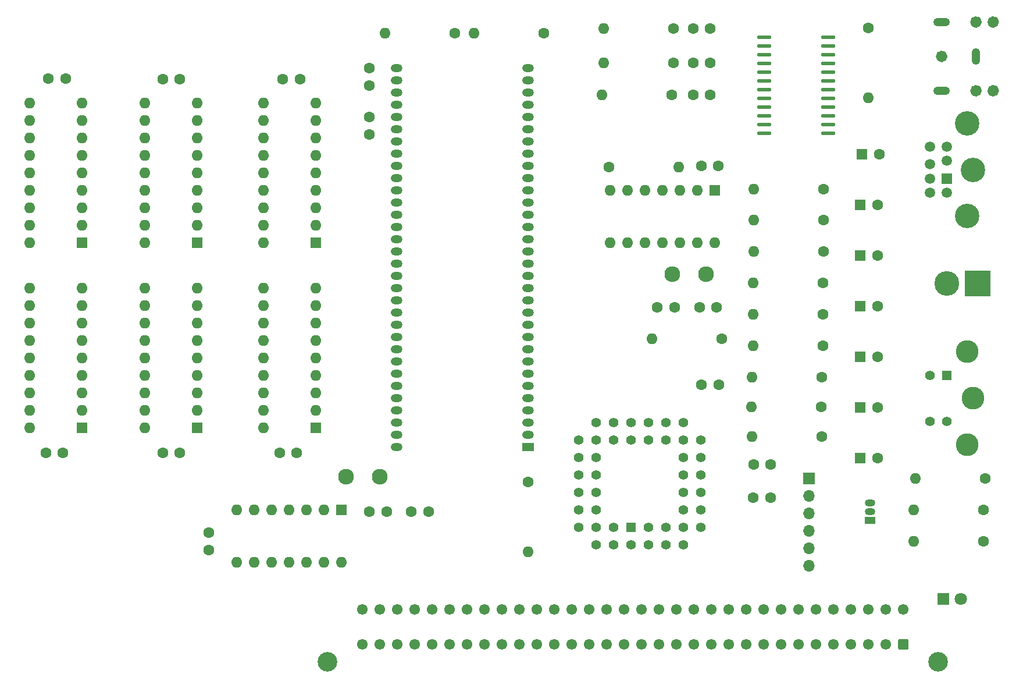
<source format=gts>
G04 #@! TF.GenerationSoftware,KiCad,Pcbnew,(5.1.10)-1*
G04 #@! TF.CreationDate,2021-07-30T10:33:10+01:00*
G04 #@! TF.ProjectId,GfxV9958,47667856-3939-4353-982e-6b696361645f,rev?*
G04 #@! TF.SameCoordinates,Original*
G04 #@! TF.FileFunction,Soldermask,Top*
G04 #@! TF.FilePolarity,Negative*
%FSLAX46Y46*%
G04 Gerber Fmt 4.6, Leading zero omitted, Abs format (unit mm)*
G04 Created by KiCad (PCBNEW (5.1.10)-1) date 2021-07-30 10:33:10*
%MOMM*%
%LPD*%
G01*
G04 APERTURE LIST*
%ADD10C,0.854000*%
%ADD11C,2.300000*%
%ADD12C,1.600000*%
%ADD13O,1.600000X1.600000*%
%ADD14C,1.422400*%
%ADD15R,1.422400X1.422400*%
%ADD16C,1.200000*%
%ADD17O,2.416000X1.208000*%
%ADD18O,1.208000X2.416000*%
%ADD19O,1.700000X1.700000*%
%ADD20R,1.700000X1.700000*%
%ADD21R,1.700000X1.200000*%
%ADD22O,1.700000X1.200000*%
%ADD23R,1.600000X1.600000*%
%ADD24R,1.500000X1.050000*%
%ADD25O,1.500000X1.050000*%
%ADD26C,3.555000*%
%ADD27C,1.509000*%
%ADD28R,1.509000X1.509000*%
%ADD29C,3.600000*%
%ADD30R,3.765000X3.765000*%
%ADD31C,3.306000*%
%ADD32C,1.398000*%
%ADD33R,1.398000X1.398000*%
%ADD34C,1.550000*%
%ADD35C,2.850000*%
%ADD36C,1.800000*%
%ADD37R,1.800000X1.800000*%
G04 APERTURE END LIST*
D10*
X198677000Y-54250000D02*
G75*
G03*
X198677000Y-54250000I-427000J0D01*
G01*
X196177000Y-54250000D02*
G75*
G03*
X196177000Y-54250000I-427000J0D01*
G01*
X198677000Y-64250000D02*
G75*
G03*
X198677000Y-64250000I-427000J0D01*
G01*
X196177000Y-64250000D02*
G75*
G03*
X196177000Y-64250000I-427000J0D01*
G01*
X191177000Y-59250000D02*
G75*
G03*
X191177000Y-59250000I-427000J0D01*
G01*
D11*
X156464000Y-90932000D03*
X151564000Y-90932000D03*
D12*
X149352000Y-95758000D03*
X151852000Y-95758000D03*
X155488000Y-95758000D03*
X157988000Y-95758000D03*
D13*
X148590000Y-100330000D03*
D12*
X158750000Y-100330000D03*
D14*
X137922000Y-127736600D03*
X137922000Y-125196600D03*
X137922000Y-122656600D03*
X137922000Y-120116600D03*
X137922000Y-117576600D03*
X140462000Y-130276600D03*
X140462000Y-125196600D03*
X140462000Y-122656600D03*
X140462000Y-120116600D03*
X140462000Y-117576600D03*
X140462000Y-115036600D03*
X140462000Y-112496600D03*
X143002000Y-112496600D03*
X145542000Y-112496600D03*
X148082000Y-112496600D03*
X150622000Y-112496600D03*
X153162000Y-112496600D03*
X137922000Y-115036600D03*
X143002000Y-115036600D03*
X145542000Y-115036600D03*
X148082000Y-115036600D03*
X150622000Y-115036600D03*
X153162000Y-115036600D03*
X155702000Y-115036600D03*
X155702000Y-117576600D03*
X155702000Y-120116600D03*
X155702000Y-122656600D03*
X155702000Y-125196600D03*
X155702000Y-127736600D03*
X153162000Y-117576600D03*
X153162000Y-120116600D03*
X153162000Y-122656600D03*
X153162000Y-125196600D03*
X153162000Y-127736600D03*
X143002000Y-130276600D03*
X145542000Y-130276600D03*
X153162000Y-130276600D03*
X150622000Y-130276600D03*
X148082000Y-130276600D03*
X140462000Y-127736600D03*
X143002000Y-127736600D03*
X150622000Y-127736600D03*
X148082000Y-127736600D03*
D15*
X145542000Y-127736600D03*
D11*
X108966000Y-120396000D03*
X104066000Y-120396000D03*
D12*
X154548200Y-60198000D03*
X157048200Y-60198000D03*
D16*
X198250000Y-64250000D03*
X198250000Y-54250000D03*
X195750000Y-54250000D03*
X195750000Y-64250000D03*
X190750000Y-59250000D03*
D17*
X190750000Y-64250000D03*
X190750000Y-54250000D03*
D18*
X195750000Y-59250000D03*
D19*
X171450000Y-133350000D03*
X171450000Y-130810000D03*
X171450000Y-128270000D03*
X171450000Y-125730000D03*
X171450000Y-123190000D03*
D20*
X171450000Y-120650000D03*
D21*
X130530600Y-116104000D03*
D22*
X130530600Y-114324000D03*
X130530600Y-112544000D03*
X130530600Y-110764000D03*
X130530600Y-108984000D03*
X130530600Y-107204000D03*
X130530600Y-105424000D03*
X130530600Y-103644000D03*
X130530600Y-101864000D03*
X130530600Y-100084000D03*
X130530600Y-98304000D03*
X130530600Y-96524000D03*
X130530600Y-94744000D03*
X130530600Y-92964000D03*
X130530600Y-91184000D03*
X130530600Y-89404000D03*
X130530600Y-87624000D03*
X130530600Y-85844000D03*
X130530600Y-84064000D03*
X130530600Y-82284000D03*
X130530600Y-80504000D03*
X130530600Y-78724000D03*
X130530600Y-76944000D03*
X130530600Y-75164000D03*
X130530600Y-73384000D03*
X130530600Y-71604000D03*
X130530600Y-69824000D03*
X130530600Y-68044000D03*
X130530600Y-66264000D03*
X130530600Y-64484000D03*
X130530600Y-62704000D03*
X130530600Y-60924000D03*
X111429800Y-60924000D03*
X111429800Y-62704000D03*
X111429800Y-64484000D03*
X111429800Y-66264000D03*
X111429800Y-68044000D03*
X111429800Y-69824000D03*
X111429800Y-71604000D03*
X111429800Y-73384000D03*
X111429800Y-75164000D03*
X111429800Y-76944000D03*
X111429800Y-78724000D03*
X111429800Y-80504000D03*
X111429800Y-82284000D03*
X111429800Y-84064000D03*
X111429800Y-85844000D03*
X111429800Y-87624000D03*
X111429800Y-89404000D03*
X111429800Y-91184000D03*
X111429800Y-92964000D03*
X111429800Y-94744000D03*
X111429800Y-96524000D03*
X111429800Y-98304000D03*
X111429800Y-100084000D03*
X111429800Y-101864000D03*
X111429800Y-103644000D03*
X111429800Y-105424000D03*
X111429800Y-107204000D03*
X111429800Y-108984000D03*
X111429800Y-110764000D03*
X111429800Y-112544000D03*
X111429800Y-114324000D03*
X111429800Y-116104000D03*
D13*
X58013600Y-86360000D03*
X65633600Y-66040000D03*
X58013600Y-83820000D03*
X65633600Y-68580000D03*
X58013600Y-81280000D03*
X65633600Y-71120000D03*
X58013600Y-78740000D03*
X65633600Y-73660000D03*
X58013600Y-76200000D03*
X65633600Y-76200000D03*
X58013600Y-73660000D03*
X65633600Y-78740000D03*
X58013600Y-71120000D03*
X65633600Y-81280000D03*
X58013600Y-68580000D03*
X65633600Y-83820000D03*
X58013600Y-66040000D03*
D23*
X65633600Y-86360000D03*
D13*
X74777600Y-86360000D03*
X82397600Y-66040000D03*
X74777600Y-83820000D03*
X82397600Y-68580000D03*
X74777600Y-81280000D03*
X82397600Y-71120000D03*
X74777600Y-78740000D03*
X82397600Y-73660000D03*
X74777600Y-76200000D03*
X82397600Y-76200000D03*
X74777600Y-73660000D03*
X82397600Y-78740000D03*
X74777600Y-71120000D03*
X82397600Y-81280000D03*
X74777600Y-68580000D03*
X82397600Y-83820000D03*
X74777600Y-66040000D03*
D23*
X82397600Y-86360000D03*
D13*
X92049600Y-86360000D03*
X99669600Y-66040000D03*
X92049600Y-83820000D03*
X99669600Y-68580000D03*
X92049600Y-81280000D03*
X99669600Y-71120000D03*
X92049600Y-78740000D03*
X99669600Y-73660000D03*
X92049600Y-76200000D03*
X99669600Y-76200000D03*
X92049600Y-73660000D03*
X99669600Y-78740000D03*
X92049600Y-71120000D03*
X99669600Y-81280000D03*
X92049600Y-68580000D03*
X99669600Y-83820000D03*
X92049600Y-66040000D03*
D23*
X99669600Y-86360000D03*
D13*
X58013600Y-113284000D03*
X65633600Y-92964000D03*
X58013600Y-110744000D03*
X65633600Y-95504000D03*
X58013600Y-108204000D03*
X65633600Y-98044000D03*
X58013600Y-105664000D03*
X65633600Y-100584000D03*
X58013600Y-103124000D03*
X65633600Y-103124000D03*
X58013600Y-100584000D03*
X65633600Y-105664000D03*
X58013600Y-98044000D03*
X65633600Y-108204000D03*
X58013600Y-95504000D03*
X65633600Y-110744000D03*
X58013600Y-92964000D03*
D23*
X65633600Y-113284000D03*
D13*
X74777600Y-113284000D03*
X82397600Y-92964000D03*
X74777600Y-110744000D03*
X82397600Y-95504000D03*
X74777600Y-108204000D03*
X82397600Y-98044000D03*
X74777600Y-105664000D03*
X82397600Y-100584000D03*
X74777600Y-103124000D03*
X82397600Y-103124000D03*
X74777600Y-100584000D03*
X82397600Y-105664000D03*
X74777600Y-98044000D03*
X82397600Y-108204000D03*
X74777600Y-95504000D03*
X82397600Y-110744000D03*
X74777600Y-92964000D03*
D23*
X82397600Y-113284000D03*
D13*
X92049600Y-113284000D03*
X99669600Y-92964000D03*
X92049600Y-110744000D03*
X99669600Y-95504000D03*
X92049600Y-108204000D03*
X99669600Y-98044000D03*
X92049600Y-105664000D03*
X99669600Y-100584000D03*
X92049600Y-103124000D03*
X99669600Y-103124000D03*
X92049600Y-100584000D03*
X99669600Y-105664000D03*
X92049600Y-98044000D03*
X99669600Y-108204000D03*
X92049600Y-95504000D03*
X99669600Y-110744000D03*
X92049600Y-92964000D03*
D23*
X99669600Y-113284000D03*
G36*
G01*
X173220400Y-56627100D02*
X173220400Y-56352100D01*
G75*
G02*
X173357900Y-56214600I137500J0D01*
G01*
X175082900Y-56214600D01*
G75*
G02*
X175220400Y-56352100I0J-137500D01*
G01*
X175220400Y-56627100D01*
G75*
G02*
X175082900Y-56764600I-137500J0D01*
G01*
X173357900Y-56764600D01*
G75*
G02*
X173220400Y-56627100I0J137500D01*
G01*
G37*
G36*
G01*
X173220400Y-57897100D02*
X173220400Y-57622100D01*
G75*
G02*
X173357900Y-57484600I137500J0D01*
G01*
X175082900Y-57484600D01*
G75*
G02*
X175220400Y-57622100I0J-137500D01*
G01*
X175220400Y-57897100D01*
G75*
G02*
X175082900Y-58034600I-137500J0D01*
G01*
X173357900Y-58034600D01*
G75*
G02*
X173220400Y-57897100I0J137500D01*
G01*
G37*
G36*
G01*
X173220400Y-59167100D02*
X173220400Y-58892100D01*
G75*
G02*
X173357900Y-58754600I137500J0D01*
G01*
X175082900Y-58754600D01*
G75*
G02*
X175220400Y-58892100I0J-137500D01*
G01*
X175220400Y-59167100D01*
G75*
G02*
X175082900Y-59304600I-137500J0D01*
G01*
X173357900Y-59304600D01*
G75*
G02*
X173220400Y-59167100I0J137500D01*
G01*
G37*
G36*
G01*
X173220400Y-60437100D02*
X173220400Y-60162100D01*
G75*
G02*
X173357900Y-60024600I137500J0D01*
G01*
X175082900Y-60024600D01*
G75*
G02*
X175220400Y-60162100I0J-137500D01*
G01*
X175220400Y-60437100D01*
G75*
G02*
X175082900Y-60574600I-137500J0D01*
G01*
X173357900Y-60574600D01*
G75*
G02*
X173220400Y-60437100I0J137500D01*
G01*
G37*
G36*
G01*
X173220400Y-61707100D02*
X173220400Y-61432100D01*
G75*
G02*
X173357900Y-61294600I137500J0D01*
G01*
X175082900Y-61294600D01*
G75*
G02*
X175220400Y-61432100I0J-137500D01*
G01*
X175220400Y-61707100D01*
G75*
G02*
X175082900Y-61844600I-137500J0D01*
G01*
X173357900Y-61844600D01*
G75*
G02*
X173220400Y-61707100I0J137500D01*
G01*
G37*
G36*
G01*
X173220400Y-62977100D02*
X173220400Y-62702100D01*
G75*
G02*
X173357900Y-62564600I137500J0D01*
G01*
X175082900Y-62564600D01*
G75*
G02*
X175220400Y-62702100I0J-137500D01*
G01*
X175220400Y-62977100D01*
G75*
G02*
X175082900Y-63114600I-137500J0D01*
G01*
X173357900Y-63114600D01*
G75*
G02*
X173220400Y-62977100I0J137500D01*
G01*
G37*
G36*
G01*
X173220400Y-64247100D02*
X173220400Y-63972100D01*
G75*
G02*
X173357900Y-63834600I137500J0D01*
G01*
X175082900Y-63834600D01*
G75*
G02*
X175220400Y-63972100I0J-137500D01*
G01*
X175220400Y-64247100D01*
G75*
G02*
X175082900Y-64384600I-137500J0D01*
G01*
X173357900Y-64384600D01*
G75*
G02*
X173220400Y-64247100I0J137500D01*
G01*
G37*
G36*
G01*
X173220400Y-65517100D02*
X173220400Y-65242100D01*
G75*
G02*
X173357900Y-65104600I137500J0D01*
G01*
X175082900Y-65104600D01*
G75*
G02*
X175220400Y-65242100I0J-137500D01*
G01*
X175220400Y-65517100D01*
G75*
G02*
X175082900Y-65654600I-137500J0D01*
G01*
X173357900Y-65654600D01*
G75*
G02*
X173220400Y-65517100I0J137500D01*
G01*
G37*
G36*
G01*
X173220400Y-66787100D02*
X173220400Y-66512100D01*
G75*
G02*
X173357900Y-66374600I137500J0D01*
G01*
X175082900Y-66374600D01*
G75*
G02*
X175220400Y-66512100I0J-137500D01*
G01*
X175220400Y-66787100D01*
G75*
G02*
X175082900Y-66924600I-137500J0D01*
G01*
X173357900Y-66924600D01*
G75*
G02*
X173220400Y-66787100I0J137500D01*
G01*
G37*
G36*
G01*
X173220400Y-68057100D02*
X173220400Y-67782100D01*
G75*
G02*
X173357900Y-67644600I137500J0D01*
G01*
X175082900Y-67644600D01*
G75*
G02*
X175220400Y-67782100I0J-137500D01*
G01*
X175220400Y-68057100D01*
G75*
G02*
X175082900Y-68194600I-137500J0D01*
G01*
X173357900Y-68194600D01*
G75*
G02*
X173220400Y-68057100I0J137500D01*
G01*
G37*
G36*
G01*
X173220400Y-69327100D02*
X173220400Y-69052100D01*
G75*
G02*
X173357900Y-68914600I137500J0D01*
G01*
X175082900Y-68914600D01*
G75*
G02*
X175220400Y-69052100I0J-137500D01*
G01*
X175220400Y-69327100D01*
G75*
G02*
X175082900Y-69464600I-137500J0D01*
G01*
X173357900Y-69464600D01*
G75*
G02*
X173220400Y-69327100I0J137500D01*
G01*
G37*
G36*
G01*
X173220400Y-70597100D02*
X173220400Y-70322100D01*
G75*
G02*
X173357900Y-70184600I137500J0D01*
G01*
X175082900Y-70184600D01*
G75*
G02*
X175220400Y-70322100I0J-137500D01*
G01*
X175220400Y-70597100D01*
G75*
G02*
X175082900Y-70734600I-137500J0D01*
G01*
X173357900Y-70734600D01*
G75*
G02*
X173220400Y-70597100I0J137500D01*
G01*
G37*
G36*
G01*
X163920400Y-70597100D02*
X163920400Y-70322100D01*
G75*
G02*
X164057900Y-70184600I137500J0D01*
G01*
X165782900Y-70184600D01*
G75*
G02*
X165920400Y-70322100I0J-137500D01*
G01*
X165920400Y-70597100D01*
G75*
G02*
X165782900Y-70734600I-137500J0D01*
G01*
X164057900Y-70734600D01*
G75*
G02*
X163920400Y-70597100I0J137500D01*
G01*
G37*
G36*
G01*
X163920400Y-69327100D02*
X163920400Y-69052100D01*
G75*
G02*
X164057900Y-68914600I137500J0D01*
G01*
X165782900Y-68914600D01*
G75*
G02*
X165920400Y-69052100I0J-137500D01*
G01*
X165920400Y-69327100D01*
G75*
G02*
X165782900Y-69464600I-137500J0D01*
G01*
X164057900Y-69464600D01*
G75*
G02*
X163920400Y-69327100I0J137500D01*
G01*
G37*
G36*
G01*
X163920400Y-68057100D02*
X163920400Y-67782100D01*
G75*
G02*
X164057900Y-67644600I137500J0D01*
G01*
X165782900Y-67644600D01*
G75*
G02*
X165920400Y-67782100I0J-137500D01*
G01*
X165920400Y-68057100D01*
G75*
G02*
X165782900Y-68194600I-137500J0D01*
G01*
X164057900Y-68194600D01*
G75*
G02*
X163920400Y-68057100I0J137500D01*
G01*
G37*
G36*
G01*
X163920400Y-66787100D02*
X163920400Y-66512100D01*
G75*
G02*
X164057900Y-66374600I137500J0D01*
G01*
X165782900Y-66374600D01*
G75*
G02*
X165920400Y-66512100I0J-137500D01*
G01*
X165920400Y-66787100D01*
G75*
G02*
X165782900Y-66924600I-137500J0D01*
G01*
X164057900Y-66924600D01*
G75*
G02*
X163920400Y-66787100I0J137500D01*
G01*
G37*
G36*
G01*
X163920400Y-65517100D02*
X163920400Y-65242100D01*
G75*
G02*
X164057900Y-65104600I137500J0D01*
G01*
X165782900Y-65104600D01*
G75*
G02*
X165920400Y-65242100I0J-137500D01*
G01*
X165920400Y-65517100D01*
G75*
G02*
X165782900Y-65654600I-137500J0D01*
G01*
X164057900Y-65654600D01*
G75*
G02*
X163920400Y-65517100I0J137500D01*
G01*
G37*
G36*
G01*
X163920400Y-64247100D02*
X163920400Y-63972100D01*
G75*
G02*
X164057900Y-63834600I137500J0D01*
G01*
X165782900Y-63834600D01*
G75*
G02*
X165920400Y-63972100I0J-137500D01*
G01*
X165920400Y-64247100D01*
G75*
G02*
X165782900Y-64384600I-137500J0D01*
G01*
X164057900Y-64384600D01*
G75*
G02*
X163920400Y-64247100I0J137500D01*
G01*
G37*
G36*
G01*
X163920400Y-62977100D02*
X163920400Y-62702100D01*
G75*
G02*
X164057900Y-62564600I137500J0D01*
G01*
X165782900Y-62564600D01*
G75*
G02*
X165920400Y-62702100I0J-137500D01*
G01*
X165920400Y-62977100D01*
G75*
G02*
X165782900Y-63114600I-137500J0D01*
G01*
X164057900Y-63114600D01*
G75*
G02*
X163920400Y-62977100I0J137500D01*
G01*
G37*
G36*
G01*
X163920400Y-61707100D02*
X163920400Y-61432100D01*
G75*
G02*
X164057900Y-61294600I137500J0D01*
G01*
X165782900Y-61294600D01*
G75*
G02*
X165920400Y-61432100I0J-137500D01*
G01*
X165920400Y-61707100D01*
G75*
G02*
X165782900Y-61844600I-137500J0D01*
G01*
X164057900Y-61844600D01*
G75*
G02*
X163920400Y-61707100I0J137500D01*
G01*
G37*
G36*
G01*
X163920400Y-60437100D02*
X163920400Y-60162100D01*
G75*
G02*
X164057900Y-60024600I137500J0D01*
G01*
X165782900Y-60024600D01*
G75*
G02*
X165920400Y-60162100I0J-137500D01*
G01*
X165920400Y-60437100D01*
G75*
G02*
X165782900Y-60574600I-137500J0D01*
G01*
X164057900Y-60574600D01*
G75*
G02*
X163920400Y-60437100I0J137500D01*
G01*
G37*
G36*
G01*
X163920400Y-59167100D02*
X163920400Y-58892100D01*
G75*
G02*
X164057900Y-58754600I137500J0D01*
G01*
X165782900Y-58754600D01*
G75*
G02*
X165920400Y-58892100I0J-137500D01*
G01*
X165920400Y-59167100D01*
G75*
G02*
X165782900Y-59304600I-137500J0D01*
G01*
X164057900Y-59304600D01*
G75*
G02*
X163920400Y-59167100I0J137500D01*
G01*
G37*
G36*
G01*
X163920400Y-57897100D02*
X163920400Y-57622100D01*
G75*
G02*
X164057900Y-57484600I137500J0D01*
G01*
X165782900Y-57484600D01*
G75*
G02*
X165920400Y-57622100I0J-137500D01*
G01*
X165920400Y-57897100D01*
G75*
G02*
X165782900Y-58034600I-137500J0D01*
G01*
X164057900Y-58034600D01*
G75*
G02*
X163920400Y-57897100I0J137500D01*
G01*
G37*
G36*
G01*
X163920400Y-56627100D02*
X163920400Y-56352100D01*
G75*
G02*
X164057900Y-56214600I137500J0D01*
G01*
X165782900Y-56214600D01*
G75*
G02*
X165920400Y-56352100I0J-137500D01*
G01*
X165920400Y-56627100D01*
G75*
G02*
X165782900Y-56764600I-137500J0D01*
G01*
X164057900Y-56764600D01*
G75*
G02*
X163920400Y-56627100I0J137500D01*
G01*
G37*
D13*
X157734000Y-86360000D03*
X142494000Y-78740000D03*
X155194000Y-86360000D03*
X145034000Y-78740000D03*
X152654000Y-86360000D03*
X147574000Y-78740000D03*
X150114000Y-86360000D03*
X150114000Y-78740000D03*
X147574000Y-86360000D03*
X152654000Y-78740000D03*
X145034000Y-86360000D03*
X155194000Y-78740000D03*
X142494000Y-86360000D03*
D23*
X157734000Y-78740000D03*
D13*
X103378000Y-132842000D03*
X88138000Y-125222000D03*
X100838000Y-132842000D03*
X90678000Y-125222000D03*
X98298000Y-132842000D03*
X93218000Y-125222000D03*
X95758000Y-132842000D03*
X95758000Y-125222000D03*
X93218000Y-132842000D03*
X98298000Y-125222000D03*
X90678000Y-132842000D03*
X100838000Y-125222000D03*
X88138000Y-132842000D03*
D23*
X103378000Y-125222000D03*
D13*
X109728000Y-55880000D03*
D12*
X119888000Y-55880000D03*
D13*
X130556000Y-131318000D03*
D12*
X130556000Y-121158000D03*
D13*
X122682000Y-55880000D03*
D12*
X132842000Y-55880000D03*
D13*
X186944000Y-120650000D03*
D12*
X197104000Y-120650000D03*
D13*
X163169600Y-114554000D03*
D12*
X173329600Y-114554000D03*
D13*
X186690000Y-125222000D03*
D12*
X196850000Y-125222000D03*
D13*
X163322000Y-96774000D03*
D12*
X173482000Y-96774000D03*
D13*
X163169600Y-105918000D03*
D12*
X173329600Y-105918000D03*
D13*
X163322000Y-101346000D03*
D12*
X173482000Y-101346000D03*
D13*
X163322000Y-92202000D03*
D12*
X173482000Y-92202000D03*
D13*
X163423600Y-87630000D03*
D12*
X173583600Y-87630000D03*
D13*
X163423600Y-83058000D03*
D12*
X173583600Y-83058000D03*
D13*
X163423600Y-78536800D03*
D12*
X173583600Y-78536800D03*
D13*
X180086000Y-65278000D03*
D12*
X180086000Y-55118000D03*
D13*
X152501600Y-75387200D03*
D12*
X142341600Y-75387200D03*
D13*
X163068000Y-110236000D03*
D12*
X173228000Y-110236000D03*
D13*
X141554200Y-55219600D03*
D12*
X151714200Y-55219600D03*
D13*
X141554200Y-60198000D03*
D12*
X151714200Y-60198000D03*
D13*
X141300200Y-64871600D03*
D12*
X151460200Y-64871600D03*
D13*
X186690000Y-129794000D03*
D12*
X196850000Y-129794000D03*
D24*
X180340000Y-126746000D03*
D25*
X180340000Y-124206000D03*
X180340000Y-125476000D03*
D26*
X194500000Y-82500000D03*
X195310000Y-75740000D03*
X194500000Y-68980000D03*
D27*
X189010000Y-72390000D03*
X189010000Y-74930000D03*
X189010000Y-79090000D03*
X191500000Y-72390000D03*
X189010000Y-77040000D03*
X191500000Y-79090000D03*
X191500000Y-74440000D03*
D28*
X191500000Y-77040000D03*
D29*
X191500000Y-92250000D03*
D30*
X196000000Y-92250000D03*
D31*
X194500000Y-102230000D03*
X194500000Y-115750000D03*
X195310000Y-108990000D03*
D32*
X189010000Y-112340000D03*
X191500000Y-112340000D03*
X189010000Y-105640000D03*
D33*
X191500000Y-105640000D03*
D34*
X106426000Y-139700000D03*
X108966000Y-139700000D03*
X111506000Y-139700000D03*
X114046000Y-139700000D03*
X116586000Y-139700000D03*
X119126000Y-139700000D03*
X121666000Y-139700000D03*
X124206000Y-139700000D03*
X126746000Y-139700000D03*
X129286000Y-139700000D03*
X131826000Y-139700000D03*
X134366000Y-139700000D03*
X136906000Y-139700000D03*
X139446000Y-139700000D03*
X141986000Y-139700000D03*
X144526000Y-139700000D03*
X147066000Y-139700000D03*
X149606000Y-139700000D03*
X152146000Y-139700000D03*
X154686000Y-139700000D03*
X157226000Y-139700000D03*
X159766000Y-139700000D03*
X162306000Y-139700000D03*
X164846000Y-139700000D03*
X167386000Y-139700000D03*
X169926000Y-139700000D03*
X172466000Y-139700000D03*
X175006000Y-139700000D03*
X177546000Y-139700000D03*
X180086000Y-139700000D03*
X182626000Y-139700000D03*
X185166000Y-139700000D03*
X106426000Y-144780000D03*
X108966000Y-144780000D03*
X111506000Y-144780000D03*
X114046000Y-144780000D03*
X116586000Y-144780000D03*
X119126000Y-144780000D03*
X121666000Y-144780000D03*
X124206000Y-144780000D03*
X126746000Y-144780000D03*
X129286000Y-144780000D03*
X131826000Y-144780000D03*
X134366000Y-144780000D03*
X136906000Y-144780000D03*
X139446000Y-144780000D03*
X141986000Y-144780000D03*
X144526000Y-144780000D03*
X147066000Y-144780000D03*
X149606000Y-144780000D03*
X152146000Y-144780000D03*
X154686000Y-144780000D03*
X157226000Y-144780000D03*
X159766000Y-144780000D03*
X162306000Y-144780000D03*
X164846000Y-144780000D03*
X167386000Y-144780000D03*
X169926000Y-144780000D03*
X172466000Y-144780000D03*
X175006000Y-144780000D03*
X177546000Y-144780000D03*
X180086000Y-144780000D03*
X182626000Y-144780000D03*
G36*
G01*
X185941000Y-144254999D02*
X185941000Y-145305001D01*
G75*
G02*
X185691001Y-145555000I-249999J0D01*
G01*
X184640999Y-145555000D01*
G75*
G02*
X184391000Y-145305001I0J249999D01*
G01*
X184391000Y-144254999D01*
G75*
G02*
X184640999Y-144005000I249999J0D01*
G01*
X185691001Y-144005000D01*
G75*
G02*
X185941000Y-144254999I0J-249999D01*
G01*
G37*
D35*
X101346000Y-147320000D03*
X190246000Y-147320000D03*
D36*
X193548000Y-138176000D03*
D37*
X191008000Y-138176000D03*
D12*
X107450000Y-61000000D03*
X107450000Y-63500000D03*
X79857600Y-62534800D03*
X77357600Y-62534800D03*
X60339600Y-116890800D03*
X62839600Y-116890800D03*
X116038000Y-125476000D03*
X113538000Y-125476000D03*
X109942000Y-125476000D03*
X107442000Y-125476000D03*
X94375600Y-116890800D03*
X96875600Y-116890800D03*
X77357600Y-116890800D03*
X79857600Y-116890800D03*
X63206000Y-62484000D03*
X60706000Y-62484000D03*
X97343600Y-62534800D03*
X94843600Y-62534800D03*
X107391200Y-68112000D03*
X107391200Y-70612000D03*
X181417600Y-117652800D03*
D23*
X178917600Y-117652800D03*
D12*
X181417600Y-110286800D03*
D23*
X178917600Y-110286800D03*
D12*
X181417600Y-102920800D03*
D23*
X178917600Y-102920800D03*
D12*
X181417600Y-95554800D03*
D23*
X178917600Y-95554800D03*
D12*
X181417600Y-88188800D03*
D23*
X178917600Y-88188800D03*
D12*
X181417600Y-80822800D03*
D23*
X178917600Y-80822800D03*
D12*
X181671600Y-73456800D03*
D23*
X179171600Y-73456800D03*
D12*
X158242000Y-75184000D03*
X155742000Y-75184000D03*
X163362000Y-118618000D03*
X165862000Y-118618000D03*
X154548200Y-64871600D03*
X157048200Y-64871600D03*
X154548200Y-55219600D03*
X157048200Y-55219600D03*
X158303600Y-107035600D03*
X155803600Y-107035600D03*
X84074000Y-128564000D03*
X84074000Y-131064000D03*
X163322000Y-123444000D03*
X165822000Y-123444000D03*
M02*

</source>
